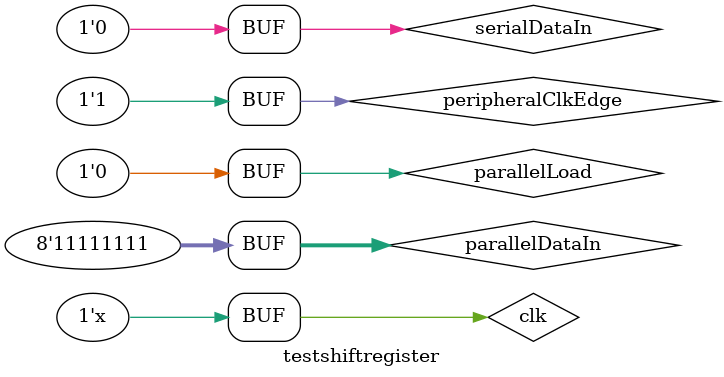
<source format=v>

module testshiftregister();

    reg             clk;
    reg             peripheralClkEdge;
    reg             parallelLoad;
    wire[7:0]       parallelDataOut;
    wire            serialDataOut;
    reg[7:0]        parallelDataIn;
    reg             serialDataIn; 
    
    // Instantiate with parameter width = 8
    shiftregister #(8) dut(.clk(clk), 
    		           .peripheralClkEdge(peripheralClkEdge),
    		           .parallelLoad(parallelLoad), 
    		           .parallelDataIn(parallelDataIn), 
    		           .serialDataIn(serialDataIn), 
    		           .parallelDataOut(parallelDataOut), 
    		           .serialDataOut(serialDataOut));
    
    // initialize the clock
    initial clk=0;
    always #10 clk=!clk;    // 50MHz Clock
    
    initial begin
    
    $display("Test Case 0: Full set to 0");

    //parallel loading all 0's
    parallelDataIn = 8'd0; 
    parallelLoad = 1;
    #40
    parallelLoad = 0;
    
    if (parallelDataOut != 8'd0 || serialDataOut!= 0)
        $display("Test Case 0 Failed");
    
    $display("Test Case 1: Serial In");
    
    //serial loading 1, 0, 1, 0 
    serialDataIn = 1;
    peripheralClkEdge = 1;
    #20
    peripheralClkEdge = 0;
    #20
    serialDataIn = 0;
    #20
    peripheralClkEdge = 1;
    #20
    serialDataIn = 1;
    #20
    peripheralClkEdge = 0;
    #20
    serialDataIn = 0;
    #20
    peripheralClkEdge = 1;
    #20
    peripheralClkEdge = 0;

    // Added 1, 0, 1, 0 to the shift register through serial input, checking that they were saved correctly in order and MSB is correct
    if (parallelDataOut != 8'd10 || serialDataOut!= 0)
        $display("Test Case 1 Failed");
    
    //waiting 4 clock cycles, in which serialDataIn will be loaded 4 times
    #80

    
    // Added 0, 0, 0, 0 to the shift register through serial input, checking that they were saved correctly in order and MSB is correct
    if (parallelDataOut != 8'd10 || serialDataOut!= 1)
        $display("Test Case 1 Failed");
    
    //resetting everything to 0s
    parallelDataIn = 8'd0; 
    parallelLoad = 1;
    #40
    
    $display("Test Case 2: Parallel In");

    //setting parallel data in to 128
    parallelDataIn = 8'd128;
    parallelLoad = 1;
    #20
    //Checking that MSB/SDO is correctly set to 1 and parallel load correcly loaded the shift register
    if (parallelDataOut != 8'd128 || serialDataOut != 1)
        $display("Test Case 2 Failed");
    parallelDataIn = 8'd127;
    parallelLoad = 1;
    #20

    //Checking that MSB/SDO is correctly set to 0 and parallel load correcly loaded the shift register
    if (parallelDataOut != 8'd127 || serialDataOut != 0)
        $display("Test Case 2 Failed");


    //Test Case 3
    $display("Test Case 3: Conflict of Serial and Parallel");
    
    // Doing a serial load and a parallel load at the same time
    peripheralClkEdge = 1;
    parallelLoad = 1;
    parallelDataIn = 8'd255;
    serialDataIn = 0;
    #20

    //Parallel data in should win. We chose this case because you don't lose as much data.
    if (parallelDataOut != 8'd255 || serialDataOut != 1)
        $display("Test Case 3 Failed");

    //stop parallel loading
    parallelLoad = 0;
    #80
    
    //When we turn the parallel load off, the serial data starts coming back in again
    if (parallelDataOut != 8'd240 || serialDataOut != 1)
        $display("Test Case 3 Failed");


    end

endmodule


</source>
